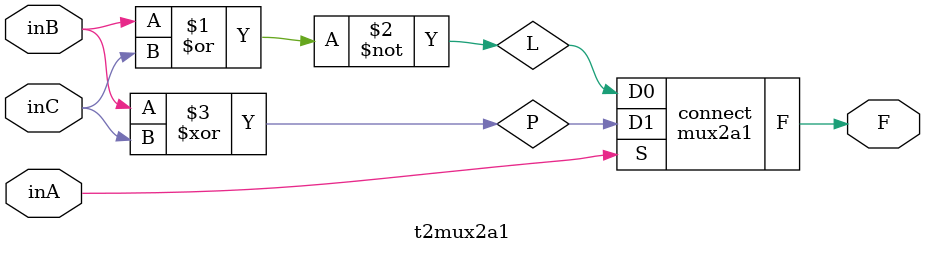
<source format=v>


module mux2a1(output wire F, input wire D0, D1, S);

    // Declaración de cables
    assign F = S ? D1 : D0;

endmodule

// Mux 4:1

module mux4a1(output wire F, input wire D1, D2, D3, D4, S1, S2);

    // Declaración de cables entre muxes
    wire ca1, ca2;
    // Implementación de módulos
    mux2a1 connect1(ca1, D1, D2, S1);
    mux2a1 connect2(ca2, D3, D4, S1);
    mux2a1 connect3(F, ca1, ca2, S2);

endmodule

// Mux 8:1

module mux8a1(output wire F, input wire D1, D2, D3, D4, D5, D6, D7, D8, S1, S2, S3);

    // Declaraciónn de cables entre muxes
    wire ca1, ca2, ca3, ca4;
    // Implementación de módulos
    mux2a1 connect1(ca1, D1, D2, S1);
    mux2a1 connect2(ca2, D3, D4, S1);
    mux2a1 connect3(ca3, D5, D6, S1);
    mux2a1 connect4(ca4, D7, D8, S1);
    mux4a1 connect5(F, ca1, ca2, ca3, ca4, S2, S3);

endmodule

// Conección de cables a muxes

// Tabla 1
// Tabla 1 - mux 8:1

module t1mux8a1(output wire F, input wire inA, inB, inC);

    // Declaración de cables
    wire high, low;
    // Asignación de valores a mis cables
    assign high = 1;
    assign low = 0;
    // Construcción del mux 8:1
    mux8a1 connect(F, low, high, high, low, high, low, low, high, inA, inB, inC);

endmodule

// Tabla 1 - mux 4:1

module t1mux4a1(output wire F, input wire inA, inB, inC);

    // Declaración de cables
    wire R1;
    // Asignación de compuertas
    assign R1 = ~inC;
    // Construcción del mux 4:1 
    mux4a1 connect(F, inC, R1, R1, inC, inA, inB);

endmodule

// Tabla 1 - mux 2:1

module t1mux2a1(output wire F, input wire inA, inB, inC);

    // Declaración de cables
    wire L, P;
    // Asignación de compuertas
    assign L = inB ^ inC;
    assign P = inB ~^inC;
    // Construcción del mux 2:1
    mux2a1 connect(F, L, P, inA);

endmodule

// Tabla 2
// Tabla 2 - mux 8:1

module t2mux8a1(output wire F, input wire inA, inB, inC);
    
    // Declaración de cables
    wire high, low;
    // Asignación de valores a mis cables
    assign high = 1;
    assign low = 0;
    // Construcción del mux 8:1
    mux8a1 connect(F, high, low, low, low, low, high, high, low, inC, inB, inA);

endmodule

// Tabla 2 - mux 4:1

module t2mux4a1(output wire F, input wire inA, inB, inC);

    // Declaración de cables
    wire H, L, R1;
    // Declaración de compuertas
    assign H = 1;
    assign L = 0;
    assign R1 = ~inC;
    // Consntrucción del mux 4:1
    mux4a1 connect(F, R1, L, inC, R1, inB, inA);

endmodule

// Tabla 2 - mux 2:1

module t2mux2a1(output wire F, input wire inA, inB, inC);

    // Declaración de cables
    wire L, P; 
    // Declaración de compuertas
    assign L = (inB) ~| (inC);
    assign P = (inB) ^ (inC);
    // Construcción del mux 2:1
    mux2a1 connect(F, L, P, inA);

endmodule








</source>
